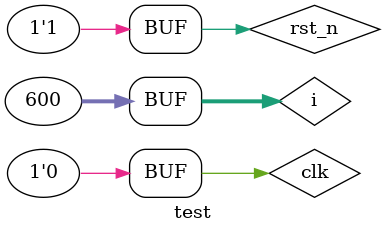
<source format=v>
`timescale 1ns / 1ps


module test;

	// Inputs
	reg clk;
	reg rst_n;
	reg [7:0] addr_sel;

	// Outputs
	wire [31:0] program_counter;
	wire [31:0] IR;
	wire [31:0] IR2;
	wire [3:0] sel_seg;
	wire [7:0] out_data;

	// Instantiate the Unit Under Test (UUT)
	top uut (
		.clk(clk), 
		.rst_n(rst_n), 
		.addr_sel(addr_sel), 
		.program_counter(program_counter), 
		.IR(IR), 
		.IR2(IR2), 
		.sel_seg(sel_seg), 
		.out_data(out_data)
	);

	integer i;
	initial begin
		// Initialize Inputs
		clk = 0;
		rst_n = 1;
		#5;
		rst_n = 0;
		#5;
		rst_n = 1;
		// Wait 100 ns for global reset to finish
		#100;
		
		for(i = 0; i < 600; i = i + 1)
		begin
			clk = ~clk;
			#5;
		end
	end
      
endmodule


</source>
